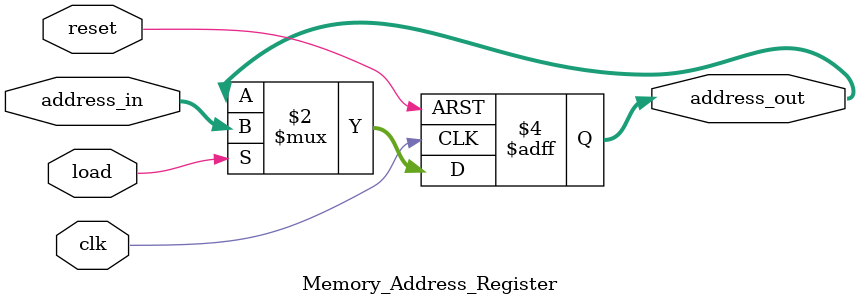
<source format=v>
module Memory_Address_Register #(
    parameter ADDR_WIDTH = 8
)(
    input clk,
    input reset,
    input load,
    input [ADDR_WIDTH-1:0] address_in,
    output reg [ADDR_WIDTH-1:0] address_out
);
    always @(posedge clk or posedge reset) begin
        if (reset)
            address_out <= {ADDR_WIDTH{1'b0}};
        else if (load)
            address_out <= address_in;
    end
endmodule

</source>
